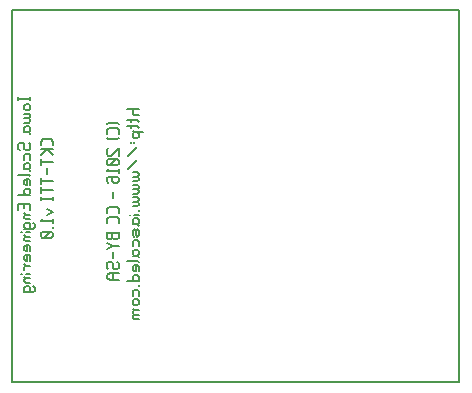
<source format=gbr>
G04 start of page 10 for group -4078 idx -4078 *
G04 Title: (unknown), bottomsilk *
G04 Creator: pcb 20140316 *
G04 CreationDate: Tue 12 Jul 2016 01:46:57 AM GMT UTC *
G04 For: ndholmes *
G04 Format: Gerber/RS-274X *
G04 PCB-Dimensions (mil): 1500.00 1250.00 *
G04 PCB-Coordinate-Origin: lower left *
%MOIN*%
%FSLAX25Y25*%
%LNBOTTOMSILK*%
%ADD78C,0.0060*%
%ADD77C,0.0080*%
G54D77*X500Y500D02*X149500D01*
Y124500D01*
X500D01*
Y500D01*
G54D78*X38563Y91594D02*X42563D01*
X41063D02*X40563Y91094D01*
Y90094D02*Y91094D01*
Y90094D02*X41063Y89594D01*
X42563D01*
X38563Y87894D02*X42063D01*
X42563Y87394D01*
X40063D02*Y88394D01*
X38563Y85894D02*X42063D01*
X42563Y85394D01*
X40063D02*Y86394D01*
X41063Y83894D02*X44063D01*
X40563Y84394D02*X41063Y83894D01*
X40563Y83394D01*
Y82394D02*Y83394D01*
Y82394D02*X41063Y81894D01*
X42063D01*
X42563Y82394D02*X42063Y81894D01*
X42563Y82394D02*Y83394D01*
X42063Y83894D02*X42563Y83394D01*
X40063Y80194D02*Y80694D01*
X41063Y80194D02*Y80694D01*
X42063Y78994D02*X39063Y75994D01*
X42063Y74794D02*X39063Y71794D01*
X40563Y70594D02*X42063D01*
X42563Y70094D01*
Y69594D02*Y70094D01*
Y69594D02*X42063Y69094D01*
X40563D02*X42063D01*
X42563Y68594D01*
Y68094D02*Y68594D01*
Y68094D02*X42063Y67594D01*
X40563D02*X42063D01*
X40563Y66394D02*X42063D01*
X42563Y65894D01*
Y65394D02*Y65894D01*
Y65394D02*X42063Y64894D01*
X40563D02*X42063D01*
X42563Y64394D01*
Y63894D02*Y64394D01*
Y63894D02*X42063Y63394D01*
X40563D02*X42063D01*
X40563Y62194D02*X42063D01*
X42563Y61694D01*
Y61194D02*Y61694D01*
Y61194D02*X42063Y60694D01*
X40563D02*X42063D01*
X42563Y60194D01*
Y59694D02*Y60194D01*
Y59694D02*X42063Y59194D01*
X40563D02*X42063D01*
X42563Y57494D02*Y57994D01*
X39563Y56294D02*X39663D01*
X41063D02*X42563D01*
X40563Y53794D02*X41063Y53294D01*
X40563Y53794D02*Y54794D01*
X41063Y55294D02*X40563Y54794D01*
X41063Y55294D02*X42063D01*
X42563Y54794D01*
X40563Y53294D02*X42063D01*
X42563Y52794D01*
Y53794D02*Y54794D01*
Y53794D02*X42063Y53294D01*
X42563Y49594D02*Y51094D01*
Y49594D02*X42063Y49094D01*
X41563Y49594D02*X42063Y49094D01*
X41563Y49594D02*Y51094D01*
X41063Y51594D02*X41563Y51094D01*
X41063Y51594D02*X40563Y51094D01*
Y49594D02*Y51094D01*
Y49594D02*X41063Y49094D01*
X42063Y51594D02*X42563Y51094D01*
X40563Y45894D02*Y47394D01*
X41063Y47894D02*X40563Y47394D01*
X41063Y47894D02*X42063D01*
X42563Y47394D01*
Y45894D02*Y47394D01*
X40563Y43194D02*X41063Y42694D01*
X40563Y43194D02*Y44194D01*
X41063Y44694D02*X40563Y44194D01*
X41063Y44694D02*X42063D01*
X42563Y44194D01*
X40563Y42694D02*X42063D01*
X42563Y42194D01*
Y43194D02*Y44194D01*
Y43194D02*X42063Y42694D01*
X38563Y40994D02*X42063D01*
X42563Y40494D01*
Y37494D02*Y38994D01*
X42063Y39494D02*X42563Y38994D01*
X41063Y39494D02*X42063D01*
X41063D02*X40563Y38994D01*
Y37994D02*Y38994D01*
Y37994D02*X41063Y37494D01*
X41563D02*Y39494D01*
X41063Y37494D02*X41563D01*
X38563Y34294D02*X42563D01*
Y34794D02*X42063Y34294D01*
X42563Y34794D02*Y35794D01*
X42063Y36294D02*X42563Y35794D01*
X41063Y36294D02*X42063D01*
X41063D02*X40563Y35794D01*
Y34794D02*Y35794D01*
Y34794D02*X41063Y34294D01*
X42563Y32594D02*Y33094D01*
X40563Y29394D02*Y30894D01*
X41063Y31394D02*X40563Y30894D01*
X41063Y31394D02*X42063D01*
X42563Y30894D01*
Y29394D02*Y30894D01*
X41063Y28194D02*X42063D01*
X41063D02*X40563Y27694D01*
Y26694D02*Y27694D01*
Y26694D02*X41063Y26194D01*
X42063D01*
X42563Y26694D02*X42063Y26194D01*
X42563Y26694D02*Y27694D01*
X42063Y28194D02*X42563Y27694D01*
X41063Y24494D02*X42563D01*
X41063D02*X40563Y23994D01*
Y23494D02*Y23994D01*
Y23494D02*X41063Y22994D01*
X42563D01*
X41063D02*X40563Y22494D01*
Y21994D02*Y22494D01*
Y21994D02*X41063Y21494D01*
X42563D01*
X40563Y24994D02*X41063Y24494D01*
X2500Y94500D02*Y95500D01*
Y95000D02*X6500D01*
Y94500D02*Y95500D01*
X5000Y93300D02*X6000D01*
X5000D02*X4500Y92800D01*
Y91800D02*Y92800D01*
Y91800D02*X5000Y91300D01*
X6000D01*
X6500Y91800D02*X6000Y91300D01*
X6500Y91800D02*Y92800D01*
X6000Y93300D02*X6500Y92800D01*
X4500Y90100D02*X6000D01*
X6500Y89600D01*
Y89100D02*Y89600D01*
Y89100D02*X6000Y88600D01*
X4500D02*X6000D01*
X6500Y88100D01*
Y87600D02*Y88100D01*
Y87600D02*X6000Y87100D01*
X4500D02*X6000D01*
X4500Y84400D02*X5000Y83900D01*
X4500Y84400D02*Y85400D01*
X5000Y85900D02*X4500Y85400D01*
X5000Y85900D02*X6000D01*
X6500Y85400D01*
X4500Y83900D02*X6000D01*
X6500Y83400D01*
Y84400D02*Y85400D01*
Y84400D02*X6000Y83900D01*
X2500Y78400D02*X3000Y77900D01*
X2500Y78400D02*Y79900D01*
X3000Y80400D02*X2500Y79900D01*
X3000Y80400D02*X4000D01*
X4500Y79900D01*
Y78400D02*Y79900D01*
Y78400D02*X5000Y77900D01*
X6000D01*
X6500Y78400D02*X6000Y77900D01*
X6500Y78400D02*Y79900D01*
X6000Y80400D02*X6500Y79900D01*
X4500Y74700D02*Y76200D01*
X5000Y76700D02*X4500Y76200D01*
X5000Y76700D02*X6000D01*
X6500Y76200D01*
Y74700D02*Y76200D01*
X4500Y72000D02*X5000Y71500D01*
X4500Y72000D02*Y73000D01*
X5000Y73500D02*X4500Y73000D01*
X5000Y73500D02*X6000D01*
X6500Y73000D01*
X4500Y71500D02*X6000D01*
X6500Y71000D01*
Y72000D02*Y73000D01*
Y72000D02*X6000Y71500D01*
X2500Y69800D02*X6000D01*
X6500Y69300D01*
Y66300D02*Y67800D01*
X6000Y68300D02*X6500Y67800D01*
X5000Y68300D02*X6000D01*
X5000D02*X4500Y67800D01*
Y66800D02*Y67800D01*
Y66800D02*X5000Y66300D01*
X5500D02*Y68300D01*
X5000Y66300D02*X5500D01*
X2500Y63100D02*X6500D01*
Y63600D02*X6000Y63100D01*
X6500Y63600D02*Y64600D01*
X6000Y65100D02*X6500Y64600D01*
X5000Y65100D02*X6000D01*
X5000D02*X4500Y64600D01*
Y63600D02*Y64600D01*
Y63600D02*X5000Y63100D01*
X4300Y58600D02*Y60100D01*
X6500Y58100D02*Y60100D01*
X2500D02*X6500D01*
X2500Y58100D02*Y60100D01*
X5000Y56400D02*X6500D01*
X5000D02*X4500Y55900D01*
Y55400D02*Y55900D01*
Y55400D02*X5000Y54900D01*
X6500D01*
X4500Y56900D02*X5000Y56400D01*
X4500Y52200D02*X5000Y51700D01*
X4500Y52200D02*Y53200D01*
X5000Y53700D02*X4500Y53200D01*
X5000Y53700D02*X6000D01*
X6500Y53200D01*
Y52200D02*Y53200D01*
Y52200D02*X6000Y51700D01*
X7500Y53700D02*X8000Y53200D01*
Y52200D02*Y53200D01*
Y52200D02*X7500Y51700D01*
X4500D02*X7500D01*
X3500Y50500D02*X3600D01*
X5000D02*X6500D01*
X5000Y49000D02*X6500D01*
X5000D02*X4500Y48500D01*
Y48000D02*Y48500D01*
Y48000D02*X5000Y47500D01*
X6500D01*
X4500Y49500D02*X5000Y49000D01*
X6500Y44300D02*Y45800D01*
X6000Y46300D02*X6500Y45800D01*
X5000Y46300D02*X6000D01*
X5000D02*X4500Y45800D01*
Y44800D02*Y45800D01*
Y44800D02*X5000Y44300D01*
X5500D02*Y46300D01*
X5000Y44300D02*X5500D01*
X6500Y41100D02*Y42600D01*
X6000Y43100D02*X6500Y42600D01*
X5000Y43100D02*X6000D01*
X5000D02*X4500Y42600D01*
Y41600D02*Y42600D01*
Y41600D02*X5000Y41100D01*
X5500D02*Y43100D01*
X5000Y41100D02*X5500D01*
X5000Y39400D02*X6500D01*
X5000D02*X4500Y38900D01*
Y37900D02*Y38900D01*
Y39900D02*X5000Y39400D01*
X3500Y36700D02*X3600D01*
X5000D02*X6500D01*
X5000Y35200D02*X6500D01*
X5000D02*X4500Y34700D01*
Y34200D02*Y34700D01*
Y34200D02*X5000Y33700D01*
X6500D01*
X4500Y35700D02*X5000Y35200D01*
X4500Y31000D02*X5000Y30500D01*
X4500Y31000D02*Y32000D01*
X5000Y32500D02*X4500Y32000D01*
X5000Y32500D02*X6000D01*
X6500Y32000D01*
Y31000D02*Y32000D01*
Y31000D02*X6000Y30500D01*
X7500Y32500D02*X8000Y32000D01*
Y31000D02*Y32000D01*
Y31000D02*X7500Y30500D01*
X4500D02*X7500D01*
X14000Y79500D02*Y80800D01*
X13300Y81500D02*X14000Y80800D01*
X10700Y81500D02*X13300D01*
X10700D02*X10000Y80800D01*
Y79500D02*Y80800D01*
Y78300D02*X14000D01*
X12000D02*X10000Y76300D01*
X12000Y78300D02*X14000Y76300D01*
X10000Y73100D02*Y75100D01*
Y74100D02*X14000D01*
X12000Y69900D02*Y71900D01*
X10000Y66700D02*Y68700D01*
Y67700D02*X14000D01*
X10000Y63500D02*Y65500D01*
Y64500D02*X14000D01*
X10000Y61300D02*Y62300D01*
Y61800D02*X14000D01*
Y61300D02*Y62300D01*
X12000Y58300D02*X14000Y57300D01*
X12000Y56300D02*X14000Y57300D01*
X10800Y55100D02*X10000Y54300D01*
X14000D01*
Y53600D02*Y55100D01*
Y51900D02*Y52400D01*
X13500Y50700D02*X14000Y50200D01*
X10500Y50700D02*X13500D01*
X10500D02*X10000Y50200D01*
Y49200D02*Y50200D01*
Y49200D02*X10500Y48700D01*
X13500D01*
X14000Y49200D02*X13500Y48700D01*
X14000Y49200D02*Y50200D01*
X13000Y50700D02*X11000Y48700D01*
X35500Y87000D02*X36000Y86500D01*
X32500Y87000D02*X32000Y86500D01*
X32500Y87000D02*X35500D01*
X36000Y83300D02*Y84600D01*
X35300Y85300D02*X36000Y84600D01*
X32700Y85300D02*X35300D01*
X32700D02*X32000Y84600D01*
Y83300D02*Y84600D01*
Y82100D02*X32500Y81600D01*
X35500D01*
X36000Y82100D02*X35500Y81600D01*
X32500Y78600D02*X32000Y78100D01*
Y76600D02*Y78100D01*
Y76600D02*X32500Y76100D01*
X33500D01*
X36000Y78600D02*X33500Y76100D01*
X36000D02*Y78600D01*
X35500Y74900D02*X36000Y74400D01*
X32500Y74900D02*X35500D01*
X32500D02*X32000Y74400D01*
Y73400D02*Y74400D01*
Y73400D02*X32500Y72900D01*
X35500D01*
X36000Y73400D02*X35500Y72900D01*
X36000Y73400D02*Y74400D01*
X35000Y74900D02*X33000Y72900D01*
X32800Y71700D02*X32000Y70900D01*
X36000D01*
Y70200D02*Y71700D01*
X32000Y67500D02*X32500Y67000D01*
X32000Y67500D02*Y68500D01*
X32500Y69000D02*X32000Y68500D01*
X32500Y69000D02*X35500D01*
X36000Y68500D01*
X33800Y67500D02*X34300Y67000D01*
X33800Y67500D02*Y69000D01*
X36000Y67500D02*Y68500D01*
Y67500D02*X35500Y67000D01*
X34300D02*X35500D01*
X34000Y62000D02*Y64000D01*
X36000Y57000D02*Y58300D01*
X35300Y59000D02*X36000Y58300D01*
X32700Y59000D02*X35300D01*
X32700D02*X32000Y58300D01*
Y57000D02*Y58300D01*
X36000Y53800D02*Y55100D01*
X35300Y55800D02*X36000Y55100D01*
X32700Y55800D02*X35300D01*
X32700D02*X32000Y55100D01*
Y53800D02*Y55100D01*
X36000Y48800D02*Y50800D01*
Y48800D02*X35500Y48300D01*
X34300D02*X35500D01*
X33800Y48800D02*X34300Y48300D01*
X33800Y48800D02*Y50300D01*
X32000D02*X36000D01*
X32000Y48800D02*Y50800D01*
Y48800D02*X32500Y48300D01*
X33300D01*
X33800Y48800D02*X33300Y48300D01*
X32000Y47100D02*X34000Y46100D01*
X32000Y45100D01*
X34000Y46100D02*X36000D01*
X34000Y41900D02*Y43900D01*
X32000Y38700D02*X32500Y38200D01*
X32000Y38700D02*Y40200D01*
X32500Y40700D02*X32000Y40200D01*
X32500Y40700D02*X33500D01*
X34000Y40200D01*
Y38700D02*Y40200D01*
Y38700D02*X34500Y38200D01*
X35500D01*
X36000Y38700D02*X35500Y38200D01*
X36000Y38700D02*Y40200D01*
X35500Y40700D02*X36000Y40200D01*
X33000Y37000D02*X36000D01*
X33000D02*X32000Y36300D01*
Y35200D02*Y36300D01*
Y35200D02*X33000Y34500D01*
X36000D01*
X34000D02*Y37000D01*
M02*

</source>
